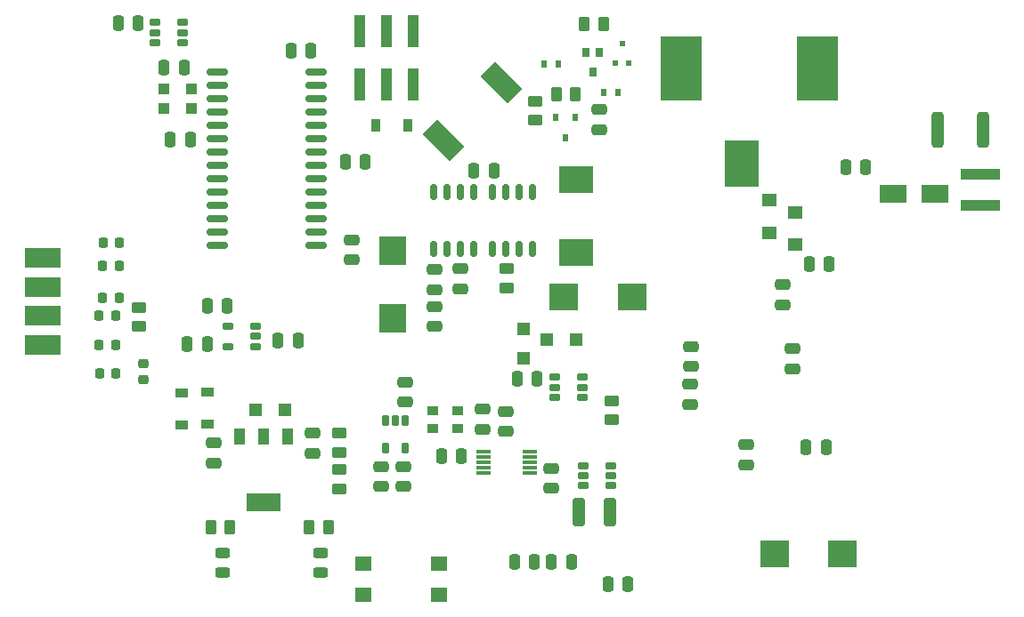
<source format=gbr>
%TF.GenerationSoftware,KiCad,Pcbnew,(6.0.4-0)*%
%TF.CreationDate,2024-06-13T10:53:39-04:00*%
%TF.ProjectId,SignalSlinger,5369676e-616c-4536-9c69-6e6765722e6b,rev?*%
%TF.SameCoordinates,Original*%
%TF.FileFunction,Paste,Top*%
%TF.FilePolarity,Positive*%
%FSLAX46Y46*%
G04 Gerber Fmt 4.6, Leading zero omitted, Abs format (unit mm)*
G04 Created by KiCad (PCBNEW (6.0.4-0)) date 2024-06-13 10:53:39*
%MOMM*%
%LPD*%
G01*
G04 APERTURE LIST*
G04 Aperture macros list*
%AMRoundRect*
0 Rectangle with rounded corners*
0 $1 Rounding radius*
0 $2 $3 $4 $5 $6 $7 $8 $9 X,Y pos of 4 corners*
0 Add a 4 corners polygon primitive as box body*
4,1,4,$2,$3,$4,$5,$6,$7,$8,$9,$2,$3,0*
0 Add four circle primitives for the rounded corners*
1,1,$1+$1,$2,$3*
1,1,$1+$1,$4,$5*
1,1,$1+$1,$6,$7*
1,1,$1+$1,$8,$9*
0 Add four rect primitives between the rounded corners*
20,1,$1+$1,$2,$3,$4,$5,0*
20,1,$1+$1,$4,$5,$6,$7,0*
20,1,$1+$1,$6,$7,$8,$9,0*
20,1,$1+$1,$8,$9,$2,$3,0*%
%AMRotRect*
0 Rectangle, with rotation*
0 The origin of the aperture is its center*
0 $1 length*
0 $2 width*
0 $3 Rotation angle, in degrees counterclockwise*
0 Add horizontal line*
21,1,$1,$2,0,0,$3*%
%AMOutline4P*
0 Free polygon, 4 corners , with rotation*
0 The origin of the aperture is its center*
0 number of corners: always 4*
0 $1 to $8 corner X, Y*
0 $9 Rotation angle, in degrees counterclockwise*
0 create outline with 4 corners*
4,1,4,$1,$2,$3,$4,$5,$6,$7,$8,$1,$2,$9*%
G04 Aperture macros list end*
%ADD10RoundRect,0.250000X-0.450000X0.262500X-0.450000X-0.262500X0.450000X-0.262500X0.450000X0.262500X0*%
%ADD11RoundRect,0.150000X0.150000X-0.625000X0.150000X0.625000X-0.150000X0.625000X-0.150000X-0.625000X0*%
%ADD12RoundRect,0.218750X-0.218750X-0.256250X0.218750X-0.256250X0.218750X0.256250X-0.218750X0.256250X0*%
%ADD13RoundRect,0.250000X-0.262500X-0.450000X0.262500X-0.450000X0.262500X0.450000X-0.262500X0.450000X0*%
%ADD14RoundRect,0.250000X-0.250000X-0.475000X0.250000X-0.475000X0.250000X0.475000X-0.250000X0.475000X0*%
%ADD15R,1.200000X0.850000*%
%ADD16RoundRect,0.250000X0.250000X0.475000X-0.250000X0.475000X-0.250000X-0.475000X0.250000X-0.475000X0*%
%ADD17RoundRect,0.150000X-0.150000X0.400000X-0.150000X-0.400000X0.150000X-0.400000X0.150000X0.400000X0*%
%ADD18R,0.850000X1.200000*%
%ADD19RoundRect,0.243750X0.456250X-0.243750X0.456250X0.243750X-0.456250X0.243750X-0.456250X-0.243750X0*%
%ADD20RoundRect,0.250000X-0.475000X0.250000X-0.475000X-0.250000X0.475000X-0.250000X0.475000X0.250000X0*%
%ADD21RoundRect,0.250000X0.450000X-0.262500X0.450000X0.262500X-0.450000X0.262500X-0.450000X-0.262500X0*%
%ADD22R,0.600000X0.700000*%
%ADD23R,2.500000X1.700000*%
%ADD24RoundRect,0.218750X0.218750X0.256250X-0.218750X0.256250X-0.218750X-0.256250X0.218750X-0.256250X0*%
%ADD25R,1.000000X3.150000*%
%ADD26R,1.000000X1.600000*%
%ADD27R,3.300000X1.800000*%
%ADD28R,1.400000X1.200000*%
%ADD29RoundRect,0.250000X0.475000X-0.250000X0.475000X0.250000X-0.475000X0.250000X-0.475000X-0.250000X0*%
%ADD30R,0.470000X0.600000*%
%ADD31R,3.300000X4.400000*%
%ADD32R,3.900000X6.200000*%
%ADD33R,2.770000X2.550000*%
%ADD34R,0.700000X0.900000*%
%ADD35Outline4P,-0.999490X-1.799590X0.999490X-1.799590X0.999490X1.799590X-0.999490X1.799590X45.000000*%
%ADD36RotRect,1.998980X3.599180X45.000000*%
%ADD37R,1.050000X1.000000*%
%ADD38R,1.200000X1.200000*%
%ADD39R,3.300000X2.500000*%
%ADD40RoundRect,0.150000X-0.400000X-0.150000X0.400000X-0.150000X0.400000X0.150000X-0.400000X0.150000X0*%
%ADD41R,2.550000X2.770000*%
%ADD42R,3.700000X1.100000*%
%ADD43R,1.000000X0.900000*%
%ADD44RoundRect,0.150000X0.875000X0.150000X-0.875000X0.150000X-0.875000X-0.150000X0.875000X-0.150000X0*%
%ADD45RoundRect,0.218750X-0.256250X0.218750X-0.256250X-0.218750X0.256250X-0.218750X0.256250X0.218750X0*%
%ADD46RoundRect,0.150000X0.400000X0.150000X-0.400000X0.150000X-0.400000X-0.150000X0.400000X-0.150000X0*%
%ADD47RoundRect,0.250000X0.312500X1.450000X-0.312500X1.450000X-0.312500X-1.450000X0.312500X-1.450000X0*%
%ADD48R,1.400000X0.300000*%
%ADD49RoundRect,0.250000X0.325000X1.100000X-0.325000X1.100000X-0.325000X-1.100000X0.325000X-1.100000X0*%
%ADD50RoundRect,0.250000X0.262500X0.450000X-0.262500X0.450000X-0.262500X-0.450000X0.262500X-0.450000X0*%
%ADD51R,1.600000X1.400000*%
%ADD52R,3.480000X1.846667*%
G04 APERTURE END LIST*
D10*
%TO.C,R110*%
X102250000Y-98887500D03*
X102250000Y-100712500D03*
%TD*%
D11*
%TO.C,Q201*%
X90905000Y-84450000D03*
X92175000Y-84450000D03*
X93445000Y-84450000D03*
X94715000Y-84450000D03*
X94715000Y-79050000D03*
X93445000Y-79050000D03*
X92175000Y-79050000D03*
X90905000Y-79050000D03*
%TD*%
D12*
%TO.C,D106*%
X53472500Y-93550000D03*
X55047500Y-93550000D03*
%TD*%
D13*
%TO.C,R104*%
X64080000Y-110970000D03*
X65905000Y-110970000D03*
%TD*%
D14*
%TO.C,C214*%
X89100000Y-76940000D03*
X91000000Y-76940000D03*
%TD*%
D15*
%TO.C,D206*%
X63750000Y-98065000D03*
X63750000Y-101115000D03*
%TD*%
D16*
%TO.C,C102*%
X73610000Y-65560000D03*
X71710000Y-65560000D03*
%TD*%
D17*
%TO.C,U202*%
X82609792Y-100780000D03*
X81659792Y-100780000D03*
X80709792Y-100780000D03*
X80709792Y-103380000D03*
X82609792Y-103380000D03*
%TD*%
D18*
%TO.C,D204*%
X82845000Y-72670000D03*
X79795000Y-72670000D03*
%TD*%
D19*
%TO.C,D103*%
X65185000Y-115237500D03*
X65185000Y-113362500D03*
%TD*%
D20*
%TO.C,C108*%
X96450000Y-105340000D03*
X96450000Y-107240000D03*
%TD*%
D11*
%TO.C,U206*%
X85285000Y-84450000D03*
X86555000Y-84450000D03*
X87825000Y-84450000D03*
X89095000Y-84450000D03*
X89095000Y-79050000D03*
X87825000Y-79050000D03*
X86555000Y-79050000D03*
X85285000Y-79050000D03*
%TD*%
D21*
%TO.C,R203*%
X92190000Y-88142500D03*
X92190000Y-86317500D03*
%TD*%
D12*
%TO.C,D110*%
X53812500Y-89090000D03*
X55387500Y-89090000D03*
%TD*%
D20*
%TO.C,C211*%
X85350000Y-89900000D03*
X85350000Y-91800000D03*
%TD*%
D22*
%TO.C,D201*%
X98750000Y-71870000D03*
X96850000Y-71870000D03*
X97800000Y-73870000D03*
%TD*%
D21*
%TO.C,R103*%
X94960000Y-72162500D03*
X94960000Y-70337500D03*
%TD*%
D23*
%TO.C,D202*%
X128940000Y-79170000D03*
X132940000Y-79170000D03*
%TD*%
D24*
%TO.C,D109*%
X55407500Y-83840000D03*
X53832500Y-83840000D03*
%TD*%
D25*
%TO.C,P101*%
X78230000Y-68725000D03*
X78230000Y-63675000D03*
X80770000Y-68725000D03*
X80770000Y-63675000D03*
X83310000Y-68725000D03*
X83310000Y-63675000D03*
%TD*%
D26*
%TO.C,U205*%
X71400000Y-102270000D03*
D27*
X69100000Y-108570000D03*
D26*
X69100000Y-102270000D03*
X66800000Y-102270000D03*
%TD*%
D28*
%TO.C,D209*%
X117225000Y-82912500D03*
X117225000Y-79812500D03*
%TD*%
D29*
%TO.C,C301*%
X109670000Y-99230000D03*
X109670000Y-97330000D03*
%TD*%
D20*
%TO.C,C213*%
X77470000Y-83540000D03*
X77470000Y-85440000D03*
%TD*%
D29*
%TO.C,C105*%
X89940000Y-101580000D03*
X89940000Y-99680000D03*
%TD*%
D14*
%TO.C,C101*%
X59640000Y-67130000D03*
X61540000Y-67130000D03*
%TD*%
D30*
%TO.C,Q102*%
X102540000Y-66760000D03*
X103840000Y-66760000D03*
X103190000Y-64860000D03*
%TD*%
D16*
%TO.C,C203*%
X72370000Y-93170000D03*
X70470000Y-93170000D03*
%TD*%
D31*
%TO.C,J201*%
X114580000Y-76260000D03*
D32*
X121730000Y-67260000D03*
X108830000Y-67260000D03*
%TD*%
D29*
%TO.C,C210*%
X82400000Y-107040000D03*
X82400000Y-105140000D03*
%TD*%
D20*
%TO.C,C208*%
X118440000Y-87830000D03*
X118440000Y-89730000D03*
%TD*%
D33*
%TO.C,C215*%
X97680000Y-89020000D03*
X104140000Y-89020000D03*
%TD*%
D29*
%TO.C,R202*%
X85330000Y-88310000D03*
X85330000Y-86410000D03*
%TD*%
D14*
%TO.C,C103*%
X60230000Y-74020000D03*
X62130000Y-74020000D03*
%TD*%
D10*
%TO.C,R106*%
X57260000Y-90007500D03*
X57260000Y-91832500D03*
%TD*%
D16*
%TO.C,C216*%
X57170000Y-62890000D03*
X55270000Y-62890000D03*
%TD*%
D14*
%TO.C,C204*%
X124470000Y-76680000D03*
X126370000Y-76680000D03*
%TD*%
D28*
%TO.C,D208*%
X119625000Y-84032500D03*
X119625000Y-80932500D03*
%TD*%
D16*
%TO.C,C107*%
X87920000Y-104170000D03*
X86020000Y-104170000D03*
%TD*%
D34*
%TO.C,Q101*%
X101060000Y-65690000D03*
X99760000Y-65690000D03*
X100410000Y-67590000D03*
%TD*%
D19*
%TO.C,D104*%
X74525000Y-115237500D03*
X74525000Y-113362500D03*
%TD*%
D13*
%TO.C,R105*%
X73422500Y-110970000D03*
X75247500Y-110970000D03*
%TD*%
D35*
%TO.C,L202*%
X91670000Y-68610000D03*
D36*
X86210000Y-74070000D03*
%TD*%
D20*
%TO.C,C218*%
X64350000Y-102910000D03*
X64350000Y-104810000D03*
%TD*%
D14*
%TO.C,C205*%
X76860000Y-76140000D03*
X78760000Y-76140000D03*
%TD*%
%TO.C,C304*%
X120680000Y-103330000D03*
X122580000Y-103330000D03*
%TD*%
D37*
%TO.C,X101*%
X59662500Y-71020000D03*
X62262500Y-71020000D03*
X62262500Y-69170000D03*
X59662500Y-69170000D03*
%TD*%
D29*
%TO.C,C106*%
X92100000Y-101820000D03*
X92100000Y-99920000D03*
%TD*%
D38*
%TO.C,D115*%
X95990000Y-93080000D03*
X98790000Y-93080000D03*
%TD*%
D16*
%TO.C,R107*%
X94850000Y-114270000D03*
X92950000Y-114270000D03*
%TD*%
%TO.C,C202*%
X65640000Y-89880000D03*
X63740000Y-89880000D03*
%TD*%
D38*
%TO.C,D203*%
X71170000Y-99760000D03*
X68370000Y-99760000D03*
%TD*%
D16*
%TO.C,C207*%
X122870000Y-85860000D03*
X120970000Y-85860000D03*
%TD*%
D15*
%TO.C,D207*%
X61350000Y-98105000D03*
X61350000Y-101155000D03*
%TD*%
D39*
%TO.C,D210*%
X98850000Y-84750000D03*
X98850000Y-77850000D03*
%TD*%
D20*
%TO.C,C209*%
X80250000Y-105140000D03*
X80250000Y-107040000D03*
%TD*%
D40*
%TO.C,U204*%
X58800000Y-62875000D03*
X58800000Y-63825000D03*
X58800000Y-64775000D03*
X61400000Y-64775000D03*
X61400000Y-63825000D03*
X61400000Y-62875000D03*
%TD*%
D22*
%TO.C,D101*%
X101420000Y-69540000D03*
X102820000Y-69540000D03*
%TD*%
D41*
%TO.C,C212*%
X81380000Y-84590000D03*
X81380000Y-91050000D03*
%TD*%
D12*
%TO.C,D112*%
X53492500Y-96250000D03*
X55067500Y-96250000D03*
%TD*%
D14*
%TO.C,C109*%
X93240000Y-96800000D03*
X95140000Y-96800000D03*
%TD*%
%TO.C,C201*%
X61830000Y-93460000D03*
X63730000Y-93460000D03*
%TD*%
D29*
%TO.C,C303*%
X114980000Y-104980000D03*
X114980000Y-103080000D03*
%TD*%
D42*
%TO.C,L201*%
X137220000Y-77320000D03*
X137220000Y-80320000D03*
%TD*%
D43*
%TO.C,X102*%
X87530000Y-99830000D03*
X85230000Y-99830000D03*
X85230000Y-101530000D03*
X87530000Y-101530000D03*
%TD*%
D22*
%TO.C,D102*%
X97140000Y-66830000D03*
X95740000Y-66830000D03*
%TD*%
D29*
%TO.C,C302*%
X109740000Y-95600000D03*
X109740000Y-93700000D03*
%TD*%
D40*
%TO.C,U103*%
X96787500Y-96650000D03*
X96787500Y-97600000D03*
X96787500Y-98550000D03*
X99387500Y-98550000D03*
X99387500Y-97600000D03*
X99387500Y-96650000D03*
%TD*%
D44*
%TO.C,U101*%
X74120000Y-84115000D03*
X74120000Y-82845000D03*
X74120000Y-81575000D03*
X74120000Y-80305000D03*
X74120000Y-79035000D03*
X74120000Y-77765000D03*
X74120000Y-76495000D03*
X74120000Y-75225000D03*
X74120000Y-73955000D03*
X74120000Y-72685000D03*
X74120000Y-71415000D03*
X74120000Y-70145000D03*
X74120000Y-68875000D03*
X74120000Y-67605000D03*
X64720000Y-67605000D03*
X64720000Y-68875000D03*
X64720000Y-70145000D03*
X64720000Y-71415000D03*
X64720000Y-72685000D03*
X64720000Y-73955000D03*
X64720000Y-75225000D03*
X64720000Y-76495000D03*
X64720000Y-77765000D03*
X64720000Y-79035000D03*
X64720000Y-80305000D03*
X64720000Y-81575000D03*
X64720000Y-82845000D03*
X64720000Y-84115000D03*
%TD*%
D24*
%TO.C,D108*%
X55367500Y-86020000D03*
X53792500Y-86020000D03*
%TD*%
D29*
%TO.C,R201*%
X87780000Y-88210000D03*
X87780000Y-86310000D03*
%TD*%
D20*
%TO.C,C104*%
X101000000Y-71170000D03*
X101000000Y-73070000D03*
%TD*%
D16*
%TO.C,R108*%
X98380000Y-114270000D03*
X96480000Y-114270000D03*
%TD*%
D45*
%TO.C,D111*%
X57700000Y-95332500D03*
X57700000Y-96907500D03*
%TD*%
D46*
%TO.C,U104*%
X102100000Y-106970000D03*
X102100000Y-106020000D03*
X102100000Y-105070000D03*
X99500000Y-105070000D03*
X99500000Y-106020000D03*
X99500000Y-106970000D03*
%TD*%
D47*
%TO.C,F201*%
X137487500Y-73050000D03*
X133212500Y-73050000D03*
%TD*%
D21*
%TO.C,R205*%
X76270000Y-107272500D03*
X76270000Y-105447500D03*
%TD*%
D48*
%TO.C,U102*%
X89990000Y-103750000D03*
X89990000Y-104250000D03*
X89990000Y-104750000D03*
X89990000Y-105250000D03*
X89990000Y-105750000D03*
X94390000Y-105750000D03*
X94390000Y-105250000D03*
X94390000Y-104750000D03*
X94390000Y-104250000D03*
X94390000Y-103750000D03*
%TD*%
D24*
%TO.C,D105*%
X55027500Y-90800000D03*
X53452500Y-90800000D03*
%TD*%
D33*
%TO.C,C111*%
X117670000Y-113460000D03*
X124130000Y-113460000D03*
%TD*%
D49*
%TO.C,C110*%
X102055000Y-109480000D03*
X99105000Y-109480000D03*
%TD*%
D20*
%TO.C,C206*%
X82560000Y-97110000D03*
X82560000Y-99010000D03*
%TD*%
D21*
%TO.C,R204*%
X76310000Y-103792500D03*
X76310000Y-101967500D03*
%TD*%
D38*
%TO.C,D107*%
X93870000Y-94840000D03*
X93870000Y-92040000D03*
%TD*%
D50*
%TO.C,R101*%
X101432500Y-63030000D03*
X99607500Y-63030000D03*
%TD*%
D29*
%TO.C,C305*%
X119380000Y-95820000D03*
X119380000Y-93920000D03*
%TD*%
D13*
%TO.C,R102*%
X96937500Y-69680000D03*
X98762500Y-69680000D03*
%TD*%
D14*
%TO.C,C112*%
X101870000Y-116330000D03*
X103770000Y-116330000D03*
%TD*%
D51*
%TO.C,SW101*%
X78590000Y-114380000D03*
X85790000Y-114380000D03*
X85790000Y-117380000D03*
X78590000Y-117380000D03*
%TD*%
D46*
%TO.C,U201*%
X68340000Y-93700000D03*
X68340000Y-92750000D03*
X68340000Y-91800000D03*
X65740000Y-91800000D03*
X65740000Y-93700000D03*
%TD*%
D20*
%TO.C,C217*%
X73780000Y-101990000D03*
X73780000Y-103890000D03*
%TD*%
D52*
%TO.C,J107*%
X48102500Y-85257500D03*
X48102500Y-88027500D03*
X48102500Y-90797500D03*
X48102500Y-93567500D03*
%TD*%
M02*

</source>
